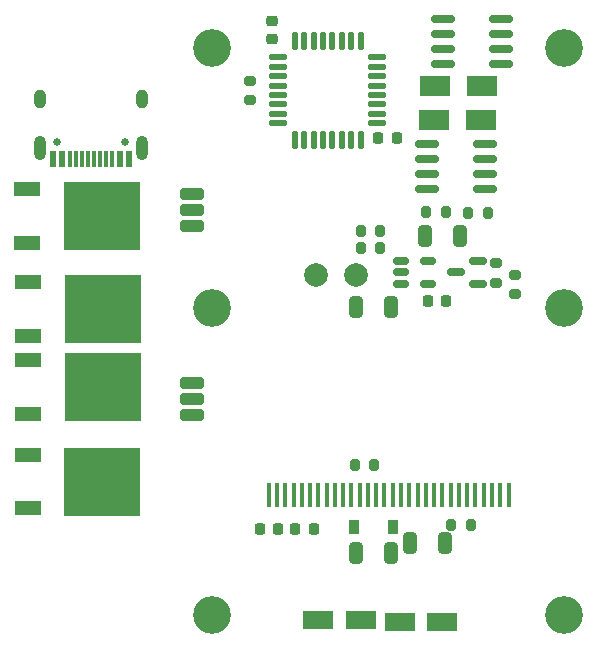
<source format=gts>
G04 #@! TF.GenerationSoftware,KiCad,Pcbnew,(6.0.0)*
G04 #@! TF.CreationDate,2022-07-15T20:40:48-03:00*
G04 #@! TF.ProjectId,lanterna_bueno,6c616e74-6572-46e6-915f-6275656e6f2e,rev?*
G04 #@! TF.SameCoordinates,Original*
G04 #@! TF.FileFunction,Soldermask,Top*
G04 #@! TF.FilePolarity,Negative*
%FSLAX46Y46*%
G04 Gerber Fmt 4.6, Leading zero omitted, Abs format (unit mm)*
G04 Created by KiCad (PCBNEW (6.0.0)) date 2022-07-15 20:40:48*
%MOMM*%
%LPD*%
G01*
G04 APERTURE LIST*
G04 Aperture macros list*
%AMRoundRect*
0 Rectangle with rounded corners*
0 $1 Rounding radius*
0 $2 $3 $4 $5 $6 $7 $8 $9 X,Y pos of 4 corners*
0 Add a 4 corners polygon primitive as box body*
4,1,4,$2,$3,$4,$5,$6,$7,$8,$9,$2,$3,0*
0 Add four circle primitives for the rounded corners*
1,1,$1+$1,$2,$3*
1,1,$1+$1,$4,$5*
1,1,$1+$1,$6,$7*
1,1,$1+$1,$8,$9*
0 Add four rect primitives between the rounded corners*
20,1,$1+$1,$2,$3,$4,$5,0*
20,1,$1+$1,$4,$5,$6,$7,0*
20,1,$1+$1,$6,$7,$8,$9,0*
20,1,$1+$1,$8,$9,$2,$3,0*%
G04 Aperture macros list end*
%ADD10RoundRect,0.250000X-1.050000X-0.550000X1.050000X-0.550000X1.050000X0.550000X-1.050000X0.550000X0*%
%ADD11RoundRect,0.150000X-0.512500X-0.150000X0.512500X-0.150000X0.512500X0.150000X-0.512500X0.150000X0*%
%ADD12C,2.000000*%
%ADD13RoundRect,0.250000X-0.325000X-0.650000X0.325000X-0.650000X0.325000X0.650000X-0.325000X0.650000X0*%
%ADD14RoundRect,0.225000X-0.225000X-0.250000X0.225000X-0.250000X0.225000X0.250000X-0.225000X0.250000X0*%
%ADD15RoundRect,0.150000X0.587500X0.150000X-0.587500X0.150000X-0.587500X-0.150000X0.587500X-0.150000X0*%
%ADD16RoundRect,0.250000X0.325000X0.650000X-0.325000X0.650000X-0.325000X-0.650000X0.325000X-0.650000X0*%
%ADD17R,0.400000X2.000000*%
%ADD18RoundRect,0.125000X-0.625000X-0.125000X0.625000X-0.125000X0.625000X0.125000X-0.625000X0.125000X0*%
%ADD19RoundRect,0.125000X-0.125000X-0.625000X0.125000X-0.625000X0.125000X0.625000X-0.125000X0.625000X0*%
%ADD20C,0.650000*%
%ADD21R,0.600000X1.450000*%
%ADD22R,0.300000X1.450000*%
%ADD23O,1.000000X1.600000*%
%ADD24O,1.000000X2.100000*%
%ADD25RoundRect,0.200000X-0.200000X-0.275000X0.200000X-0.275000X0.200000X0.275000X-0.200000X0.275000X0*%
%ADD26RoundRect,0.250000X0.750000X-0.250000X0.750000X0.250000X-0.750000X0.250000X-0.750000X-0.250000X0*%
%ADD27RoundRect,0.200000X0.275000X-0.200000X0.275000X0.200000X-0.275000X0.200000X-0.275000X-0.200000X0*%
%ADD28RoundRect,0.250000X-0.750000X0.250000X-0.750000X-0.250000X0.750000X-0.250000X0.750000X0.250000X0*%
%ADD29R,2.200000X1.200000*%
%ADD30R,6.400000X5.800000*%
%ADD31RoundRect,0.150000X-0.825000X-0.150000X0.825000X-0.150000X0.825000X0.150000X-0.825000X0.150000X0*%
%ADD32RoundRect,0.200000X0.200000X0.275000X-0.200000X0.275000X-0.200000X-0.275000X0.200000X-0.275000X0*%
%ADD33RoundRect,0.225000X0.250000X-0.225000X0.250000X0.225000X-0.250000X0.225000X-0.250000X-0.225000X0*%
%ADD34R,2.500000X1.800000*%
%ADD35R,0.900000X1.200000*%
%ADD36C,3.200000*%
G04 APERTURE END LIST*
D10*
X144674000Y-121632800D03*
X148274000Y-121632800D03*
D11*
X151686500Y-91218800D03*
X151686500Y-92168800D03*
X151686500Y-93118800D03*
X153961500Y-93118800D03*
X153961500Y-91218800D03*
D12*
X147845600Y-92372000D03*
X144473600Y-92372000D03*
D13*
X147843800Y-95064400D03*
X150793800Y-95064400D03*
D14*
X153979400Y-94556400D03*
X155529400Y-94556400D03*
D15*
X158231900Y-93118800D03*
X158231900Y-91218800D03*
X156356900Y-92168800D03*
D16*
X150793800Y-115943200D03*
X147843800Y-115943200D03*
D17*
X140481652Y-111022200D03*
X141181652Y-111022200D03*
X141881652Y-111022200D03*
X142581652Y-111022200D03*
X143281652Y-111022200D03*
X143981652Y-111022200D03*
X144681652Y-111022200D03*
X145381652Y-111022200D03*
X146081652Y-111022200D03*
X146781652Y-111022200D03*
X147481652Y-111022200D03*
X148181652Y-111022200D03*
X148881652Y-111022200D03*
X149581652Y-111022200D03*
X150281652Y-111022200D03*
X150981652Y-111022200D03*
X151681652Y-111022200D03*
X152381652Y-111022200D03*
X153081652Y-111022200D03*
X153781652Y-111022200D03*
X154481652Y-111022200D03*
X155181652Y-111022200D03*
X155881652Y-111022200D03*
X156581652Y-111022200D03*
X157281652Y-111022200D03*
X157981652Y-111022200D03*
X158681652Y-111022200D03*
X159381652Y-111022200D03*
X160081652Y-111022200D03*
X160781652Y-111022200D03*
D18*
X141300042Y-73941800D03*
X141300042Y-74741800D03*
X141300042Y-75541800D03*
X141300042Y-76341800D03*
X141300042Y-77141800D03*
X141300042Y-77941800D03*
X141300042Y-78741800D03*
X141300042Y-79541800D03*
D19*
X142675042Y-80916800D03*
X143475042Y-80916800D03*
X144275042Y-80916800D03*
X145075042Y-80916800D03*
X145875042Y-80916800D03*
X146675042Y-80916800D03*
X147475042Y-80916800D03*
X148275042Y-80916800D03*
D18*
X149650042Y-79541800D03*
X149650042Y-78741800D03*
X149650042Y-77941800D03*
X149650042Y-77141800D03*
X149650042Y-76341800D03*
X149650042Y-75541800D03*
X149650042Y-74741800D03*
X149650042Y-73941800D03*
D19*
X148275042Y-72566800D03*
X147475042Y-72566800D03*
X146675042Y-72566800D03*
X145875042Y-72566800D03*
X145075042Y-72566800D03*
X144275042Y-72566800D03*
X143475042Y-72566800D03*
X142675042Y-72566800D03*
D20*
X122539000Y-81122000D03*
X128319000Y-81122000D03*
D21*
X128679000Y-82567000D03*
X127879000Y-82567000D03*
D22*
X126679000Y-82567000D03*
X125679000Y-82567000D03*
X125179000Y-82567000D03*
X124179000Y-82567000D03*
D21*
X122979000Y-82567000D03*
X122179000Y-82567000D03*
X122179000Y-82567000D03*
X122979000Y-82567000D03*
D22*
X123679000Y-82567000D03*
X124679000Y-82567000D03*
X126179000Y-82567000D03*
X127179000Y-82567000D03*
D21*
X127879000Y-82567000D03*
X128679000Y-82567000D03*
D23*
X121109000Y-77472000D03*
D24*
X129749000Y-81652000D03*
X121109000Y-81652000D03*
D23*
X129749000Y-77472000D03*
D25*
X153827800Y-87088800D03*
X155477800Y-87088800D03*
X148282652Y-88663600D03*
X149932652Y-88663600D03*
D26*
X134006200Y-88258200D03*
X134006200Y-86912000D03*
X134006200Y-85565800D03*
D14*
X149755052Y-80789600D03*
X151305052Y-80789600D03*
D27*
X138854000Y-77601400D03*
X138854000Y-75951400D03*
D28*
X133967400Y-101563800D03*
X133967400Y-102910000D03*
X133967400Y-104256200D03*
D29*
X120134800Y-99565200D03*
D30*
X126434800Y-101845200D03*
D29*
X120134800Y-104125200D03*
D31*
X153854200Y-81272200D03*
X153854200Y-82542200D03*
X153854200Y-83812200D03*
X153854200Y-85082200D03*
X158804200Y-85082200D03*
X158804200Y-83812200D03*
X158804200Y-82542200D03*
X158804200Y-81272200D03*
D32*
X149932652Y-90086000D03*
X148282652Y-90086000D03*
D33*
X140725652Y-72420600D03*
X140725652Y-70870600D03*
D34*
X158481600Y-79265600D03*
X154481600Y-79265600D03*
D32*
X149424652Y-108475600D03*
X147774652Y-108475600D03*
D13*
X153685800Y-89070000D03*
X156635800Y-89070000D03*
D27*
X159732800Y-93044600D03*
X159732800Y-91394600D03*
X161358400Y-94009800D03*
X161358400Y-92359800D03*
D14*
X142744652Y-113860400D03*
X144294652Y-113860400D03*
D34*
X158532400Y-76370000D03*
X154532400Y-76370000D03*
D14*
X139747452Y-113860400D03*
X141297452Y-113860400D03*
D32*
X157603452Y-113555600D03*
X155953452Y-113555600D03*
D35*
X147719600Y-113708000D03*
X151019600Y-113708000D03*
D31*
X155225800Y-70705800D03*
X155225800Y-71975800D03*
X155225800Y-73245800D03*
X155225800Y-74515800D03*
X160175800Y-74515800D03*
X160175800Y-73245800D03*
X160175800Y-71975800D03*
X160175800Y-70705800D03*
D10*
X151582800Y-121734400D03*
X155182800Y-121734400D03*
D16*
X155416600Y-115079600D03*
X152466600Y-115079600D03*
D29*
X120134800Y-93012000D03*
D30*
X126434800Y-95292000D03*
D29*
X120134800Y-97572000D03*
X120033200Y-85087200D03*
D30*
X126333200Y-87367200D03*
D29*
X120033200Y-89647200D03*
X120084000Y-107591600D03*
D30*
X126384000Y-109871600D03*
D29*
X120084000Y-112151600D03*
D32*
X159033800Y-87139600D03*
X157383800Y-87139600D03*
D36*
X165505842Y-95142200D03*
X135705842Y-121142200D03*
X165505842Y-121142200D03*
X135705842Y-95142200D03*
X165505842Y-73142200D03*
X135705842Y-73142200D03*
M02*

</source>
